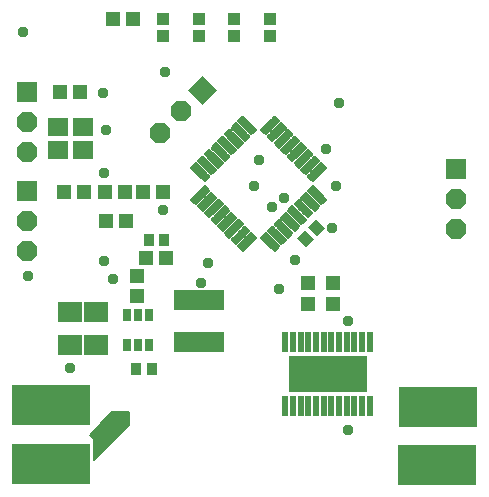
<source format=gbr>
G04 EAGLE Gerber RS-274X export*
G75*
%MOMM*%
%FSLAX34Y34*%
%LPD*%
%INSoldermask Top*%
%IPPOS*%
%AMOC8*
5,1,8,0,0,1.08239X$1,22.5*%
G01*
%ADD10C,0.338938*%
%ADD11R,4.191000X1.701800*%
%ADD12R,0.720400X1.099300*%
%ADD13R,1.727200X1.727200*%
%ADD14P,1.869504X8X292.500000*%
%ADD15R,1.203200X1.303200*%
%ADD16R,1.003200X1.003200*%
%ADD17R,0.903200X1.103200*%
%ADD18R,1.303200X1.203200*%
%ADD19R,6.654800X3.454400*%
%ADD20R,2.003200X1.803200*%
%ADD21R,1.703200X1.503200*%
%ADD22R,0.558000X1.658100*%
%ADD23R,6.705600X3.073400*%
%ADD24R,1.727200X1.727200*%
%ADD25P,1.869504X8X247.500000*%
%ADD26C,0.959600*%

G36*
X81110Y33255D02*
X81110Y33255D01*
X81181Y33261D01*
X81229Y33281D01*
X81280Y33292D01*
X81341Y33329D01*
X81407Y33357D01*
X81463Y33402D01*
X81491Y33418D01*
X81506Y33436D01*
X81538Y33462D01*
X111538Y63462D01*
X111591Y63536D01*
X111651Y63605D01*
X111663Y63635D01*
X111682Y63661D01*
X111709Y63748D01*
X111743Y63833D01*
X111747Y63874D01*
X111754Y63897D01*
X111753Y63929D01*
X111761Y64000D01*
X111761Y74000D01*
X111747Y74090D01*
X111739Y74181D01*
X111727Y74211D01*
X111722Y74243D01*
X111679Y74323D01*
X111643Y74407D01*
X111617Y74439D01*
X111606Y74460D01*
X111583Y74482D01*
X111538Y74538D01*
X110538Y75538D01*
X110464Y75591D01*
X110395Y75651D01*
X110365Y75663D01*
X110339Y75682D01*
X110252Y75709D01*
X110167Y75743D01*
X110126Y75747D01*
X110103Y75754D01*
X110071Y75753D01*
X110000Y75761D01*
X96000Y75761D01*
X95891Y75743D01*
X95780Y75729D01*
X95769Y75723D01*
X95757Y75722D01*
X95659Y75670D01*
X95559Y75621D01*
X95548Y75611D01*
X95540Y75606D01*
X95521Y75587D01*
X95434Y75509D01*
X77434Y55509D01*
X77364Y55400D01*
X77302Y55303D01*
X77301Y55303D01*
X77301Y55302D01*
X77266Y55160D01*
X77241Y55064D01*
X77242Y55064D01*
X77241Y55064D01*
X77252Y54928D01*
X77261Y54819D01*
X77261Y54818D01*
X77327Y54664D01*
X77357Y54593D01*
X77357Y54592D01*
X77358Y54591D01*
X77462Y54462D01*
X80239Y51685D01*
X80239Y34000D01*
X80250Y33929D01*
X80252Y33858D01*
X80270Y33809D01*
X80279Y33757D01*
X80312Y33694D01*
X80337Y33627D01*
X80369Y33586D01*
X80394Y33540D01*
X80445Y33491D01*
X80490Y33435D01*
X80534Y33406D01*
X80572Y33371D01*
X80637Y33340D01*
X80697Y33302D01*
X80748Y33289D01*
X80795Y33267D01*
X80866Y33259D01*
X80936Y33241D01*
X80988Y33246D01*
X81039Y33240D01*
X81110Y33255D01*
G37*
D10*
X214554Y310514D02*
X204200Y320868D01*
X207130Y323798D01*
X217484Y313444D01*
X214554Y310514D01*
X217194Y313734D02*
X211334Y313734D01*
X213974Y316954D02*
X208114Y316954D01*
X210754Y320174D02*
X204894Y320174D01*
X206726Y323394D02*
X207534Y323394D01*
X198543Y315211D02*
X208897Y304857D01*
X198543Y315211D02*
X201473Y318141D01*
X211827Y307787D01*
X208897Y304857D01*
X211537Y308077D02*
X205677Y308077D01*
X208317Y311297D02*
X202457Y311297D01*
X205097Y314517D02*
X199237Y314517D01*
X201069Y317737D02*
X201877Y317737D01*
X192886Y309554D02*
X203240Y299200D01*
X192886Y309554D02*
X195816Y312484D01*
X206170Y302130D01*
X203240Y299200D01*
X205880Y302420D02*
X200020Y302420D01*
X202660Y305640D02*
X196800Y305640D01*
X199440Y308860D02*
X193580Y308860D01*
X195412Y312080D02*
X196220Y312080D01*
X187229Y303897D02*
X197583Y293543D01*
X187229Y303897D02*
X190159Y306827D01*
X200513Y296473D01*
X197583Y293543D01*
X200223Y296763D02*
X194363Y296763D01*
X197003Y299983D02*
X191143Y299983D01*
X193783Y303203D02*
X187923Y303203D01*
X189755Y306423D02*
X190563Y306423D01*
X181573Y298241D02*
X191927Y287887D01*
X181573Y298241D02*
X184503Y301171D01*
X194857Y290817D01*
X191927Y287887D01*
X194567Y291107D02*
X188707Y291107D01*
X191347Y294327D02*
X185487Y294327D01*
X188127Y297547D02*
X182267Y297547D01*
X184099Y300767D02*
X184907Y300767D01*
X175916Y292584D02*
X186270Y282230D01*
X175916Y292584D02*
X178846Y295514D01*
X189200Y285160D01*
X186270Y282230D01*
X188910Y285450D02*
X183050Y285450D01*
X185690Y288670D02*
X179830Y288670D01*
X182470Y291890D02*
X176610Y291890D01*
X178442Y295110D02*
X179250Y295110D01*
X170259Y286927D02*
X180613Y276573D01*
X170259Y286927D02*
X173189Y289857D01*
X183543Y279503D01*
X180613Y276573D01*
X183253Y279793D02*
X177393Y279793D01*
X180033Y283013D02*
X174173Y283013D01*
X176813Y286233D02*
X170953Y286233D01*
X172785Y289453D02*
X173593Y289453D01*
X164602Y281270D02*
X174956Y270916D01*
X164602Y281270D02*
X167532Y284200D01*
X177886Y273846D01*
X174956Y270916D01*
X177596Y274136D02*
X171736Y274136D01*
X174376Y277356D02*
X168516Y277356D01*
X171156Y280576D02*
X165296Y280576D01*
X167128Y283796D02*
X167936Y283796D01*
X223716Y222156D02*
X234070Y211802D01*
X223716Y222156D02*
X226646Y225086D01*
X237000Y214732D01*
X234070Y211802D01*
X236710Y215022D02*
X230850Y215022D01*
X233490Y218242D02*
X227630Y218242D01*
X230270Y221462D02*
X224410Y221462D01*
X226242Y224682D02*
X227050Y224682D01*
X229373Y227813D02*
X239727Y217459D01*
X229373Y227813D02*
X232303Y230743D01*
X242657Y220389D01*
X239727Y217459D01*
X242367Y220679D02*
X236507Y220679D01*
X239147Y223899D02*
X233287Y223899D01*
X235927Y227119D02*
X230067Y227119D01*
X231899Y230339D02*
X232707Y230339D01*
X235030Y233470D02*
X245384Y223116D01*
X235030Y233470D02*
X237960Y236400D01*
X248314Y226046D01*
X245384Y223116D01*
X248024Y226336D02*
X242164Y226336D01*
X244804Y229556D02*
X238944Y229556D01*
X241584Y232776D02*
X235724Y232776D01*
X237556Y235996D02*
X238364Y235996D01*
X240687Y239127D02*
X251041Y228773D01*
X240687Y239127D02*
X243617Y242057D01*
X253971Y231703D01*
X251041Y228773D01*
X253681Y231993D02*
X247821Y231993D01*
X250461Y235213D02*
X244601Y235213D01*
X247241Y238433D02*
X241381Y238433D01*
X243213Y241653D02*
X244021Y241653D01*
X246343Y244783D02*
X256697Y234429D01*
X246343Y244783D02*
X249273Y247713D01*
X259627Y237359D01*
X256697Y234429D01*
X259337Y237649D02*
X253477Y237649D01*
X256117Y240869D02*
X250257Y240869D01*
X252897Y244089D02*
X247037Y244089D01*
X248869Y247309D02*
X249677Y247309D01*
X252000Y250440D02*
X262354Y240086D01*
X252000Y250440D02*
X254930Y253370D01*
X265284Y243016D01*
X262354Y240086D01*
X264994Y243306D02*
X259134Y243306D01*
X261774Y246526D02*
X255914Y246526D01*
X258554Y249746D02*
X252694Y249746D01*
X254526Y252966D02*
X255334Y252966D01*
X257657Y256097D02*
X268011Y245743D01*
X257657Y256097D02*
X260587Y259027D01*
X270941Y248673D01*
X268011Y245743D01*
X270651Y248963D02*
X264791Y248963D01*
X267431Y252183D02*
X261571Y252183D01*
X264211Y255403D02*
X258351Y255403D01*
X260183Y258623D02*
X260991Y258623D01*
X263314Y261754D02*
X273668Y251400D01*
X263314Y261754D02*
X266244Y264684D01*
X276598Y254330D01*
X273668Y251400D01*
X276308Y254620D02*
X270448Y254620D01*
X273088Y257840D02*
X267228Y257840D01*
X269868Y261060D02*
X264008Y261060D01*
X265840Y264280D02*
X266648Y264280D01*
X263314Y273846D02*
X273668Y284200D01*
X276598Y281270D01*
X266244Y270916D01*
X263314Y273846D01*
X263604Y274136D02*
X269464Y274136D01*
X266824Y277356D02*
X272684Y277356D01*
X270044Y280576D02*
X275904Y280576D01*
X274072Y283796D02*
X273264Y283796D01*
X268011Y289857D02*
X257657Y279503D01*
X268011Y289857D02*
X270941Y286927D01*
X260587Y276573D01*
X257657Y279503D01*
X257947Y279793D02*
X263807Y279793D01*
X261167Y283013D02*
X267027Y283013D01*
X264387Y286233D02*
X270247Y286233D01*
X268415Y289453D02*
X267607Y289453D01*
X262354Y295514D02*
X252000Y285160D01*
X262354Y295514D02*
X265284Y292584D01*
X254930Y282230D01*
X252000Y285160D01*
X252290Y285450D02*
X258150Y285450D01*
X255510Y288670D02*
X261370Y288670D01*
X258730Y291890D02*
X264590Y291890D01*
X262758Y295110D02*
X261950Y295110D01*
X256697Y301171D02*
X246343Y290817D01*
X256697Y301171D02*
X259627Y298241D01*
X249273Y287887D01*
X246343Y290817D01*
X246633Y291107D02*
X252493Y291107D01*
X249853Y294327D02*
X255713Y294327D01*
X253073Y297547D02*
X258933Y297547D01*
X257101Y300767D02*
X256293Y300767D01*
X251041Y306827D02*
X240687Y296473D01*
X251041Y306827D02*
X253971Y303897D01*
X243617Y293543D01*
X240687Y296473D01*
X240977Y296763D02*
X246837Y296763D01*
X244197Y299983D02*
X250057Y299983D01*
X247417Y303203D02*
X253277Y303203D01*
X251445Y306423D02*
X250637Y306423D01*
X245384Y312484D02*
X235030Y302130D01*
X245384Y312484D02*
X248314Y309554D01*
X237960Y299200D01*
X235030Y302130D01*
X235320Y302420D02*
X241180Y302420D01*
X238540Y305640D02*
X244400Y305640D01*
X241760Y308860D02*
X247620Y308860D01*
X245788Y312080D02*
X244980Y312080D01*
X239727Y318141D02*
X229373Y307787D01*
X239727Y318141D02*
X242657Y315211D01*
X232303Y304857D01*
X229373Y307787D01*
X229663Y308077D02*
X235523Y308077D01*
X232883Y311297D02*
X238743Y311297D01*
X236103Y314517D02*
X241963Y314517D01*
X240131Y317737D02*
X239323Y317737D01*
X234070Y323798D02*
X223716Y313444D01*
X234070Y323798D02*
X237000Y320868D01*
X226646Y310514D01*
X223716Y313444D01*
X224006Y313734D02*
X229866Y313734D01*
X227226Y316954D02*
X233086Y316954D01*
X230446Y320174D02*
X236306Y320174D01*
X234474Y323394D02*
X233666Y323394D01*
X174956Y264684D02*
X164602Y254330D01*
X174956Y264684D02*
X177886Y261754D01*
X167532Y251400D01*
X164602Y254330D01*
X164892Y254620D02*
X170752Y254620D01*
X168112Y257840D02*
X173972Y257840D01*
X171332Y261060D02*
X177192Y261060D01*
X175360Y264280D02*
X174552Y264280D01*
X180613Y259027D02*
X170259Y248673D01*
X180613Y259027D02*
X183543Y256097D01*
X173189Y245743D01*
X170259Y248673D01*
X170549Y248963D02*
X176409Y248963D01*
X173769Y252183D02*
X179629Y252183D01*
X176989Y255403D02*
X182849Y255403D01*
X181017Y258623D02*
X180209Y258623D01*
X186270Y253370D02*
X175916Y243016D01*
X186270Y253370D02*
X189200Y250440D01*
X178846Y240086D01*
X175916Y243016D01*
X176206Y243306D02*
X182066Y243306D01*
X179426Y246526D02*
X185286Y246526D01*
X182646Y249746D02*
X188506Y249746D01*
X186674Y252966D02*
X185866Y252966D01*
X191927Y247713D02*
X181573Y237359D01*
X191927Y247713D02*
X194857Y244783D01*
X184503Y234429D01*
X181573Y237359D01*
X181863Y237649D02*
X187723Y237649D01*
X185083Y240869D02*
X190943Y240869D01*
X188303Y244089D02*
X194163Y244089D01*
X192331Y247309D02*
X191523Y247309D01*
X197583Y242057D02*
X187229Y231703D01*
X197583Y242057D02*
X200513Y239127D01*
X190159Y228773D01*
X187229Y231703D01*
X187519Y231993D02*
X193379Y231993D01*
X190739Y235213D02*
X196599Y235213D01*
X193959Y238433D02*
X199819Y238433D01*
X197987Y241653D02*
X197179Y241653D01*
X203240Y236400D02*
X192886Y226046D01*
X203240Y236400D02*
X206170Y233470D01*
X195816Y223116D01*
X192886Y226046D01*
X193176Y226336D02*
X199036Y226336D01*
X196396Y229556D02*
X202256Y229556D01*
X199616Y232776D02*
X205476Y232776D01*
X203644Y235996D02*
X202836Y235996D01*
X208897Y230743D02*
X198543Y220389D01*
X208897Y230743D02*
X211827Y227813D01*
X201473Y217459D01*
X198543Y220389D01*
X198833Y220679D02*
X204693Y220679D01*
X202053Y223899D02*
X207913Y223899D01*
X205273Y227119D02*
X211133Y227119D01*
X209301Y230339D02*
X208493Y230339D01*
X214554Y225086D02*
X204200Y214732D01*
X214554Y225086D02*
X217484Y222156D01*
X207130Y211802D01*
X204200Y214732D01*
X204490Y215022D02*
X210350Y215022D01*
X207710Y218242D02*
X213570Y218242D01*
X210930Y221462D02*
X216790Y221462D01*
X214958Y224682D02*
X214150Y224682D01*
D11*
X170300Y169400D03*
X170300Y133400D03*
D12*
X128000Y157090D03*
X118500Y157090D03*
X109000Y157090D03*
X109000Y131111D03*
X118500Y131111D03*
X128000Y131111D03*
D13*
X24400Y261300D03*
D14*
X24400Y235900D03*
X24400Y210500D03*
D15*
X97500Y407400D03*
X114500Y407400D03*
D16*
X230000Y407500D03*
X230000Y392500D03*
X200000Y407500D03*
X200000Y392500D03*
X170000Y407500D03*
X170000Y392500D03*
X140000Y407500D03*
X140000Y392500D03*
D17*
X117000Y111000D03*
X130000Y111000D03*
D15*
X52300Y345800D03*
X69300Y345800D03*
X107900Y260700D03*
X90900Y260700D03*
X140000Y260700D03*
X123000Y260700D03*
D18*
X283200Y166400D03*
X283200Y183400D03*
X262500Y166400D03*
X262500Y183400D03*
D13*
X24200Y345800D03*
D14*
X24200Y320400D03*
X24200Y295000D03*
D19*
X44800Y80100D03*
X371800Y29900D03*
X372800Y78500D03*
X44800Y30700D03*
D20*
X61000Y131000D03*
X61000Y159000D03*
D17*
X140500Y220000D03*
X127500Y220000D03*
D20*
X83000Y131000D03*
X83000Y159000D03*
D18*
X142000Y205000D03*
X125000Y205000D03*
D15*
X55500Y261000D03*
X72500Y261000D03*
D21*
X51000Y315500D03*
X51000Y296500D03*
X72000Y315500D03*
X72000Y296500D03*
D17*
G36*
X262503Y231303D02*
X268889Y237689D01*
X276689Y229889D01*
X270303Y223503D01*
X262503Y231303D01*
G37*
G36*
X253311Y222111D02*
X259697Y228497D01*
X267497Y220697D01*
X261111Y214311D01*
X253311Y222111D01*
G37*
D22*
X314750Y134213D03*
X308250Y134213D03*
X301750Y134213D03*
X295250Y134213D03*
X288750Y134213D03*
X282250Y134213D03*
X275750Y134213D03*
X269250Y134213D03*
X262750Y134213D03*
X256250Y134213D03*
X249750Y134213D03*
X243250Y134213D03*
X243250Y79787D03*
X249750Y79787D03*
X256250Y79787D03*
X262750Y79787D03*
X269250Y79787D03*
X275750Y79787D03*
X282250Y79787D03*
X288750Y79787D03*
X295250Y79787D03*
X301750Y79787D03*
X308250Y79787D03*
X314750Y79787D03*
D23*
X279000Y107000D03*
D18*
X118000Y189500D03*
X118000Y172500D03*
D15*
X108500Y236000D03*
X91500Y236000D03*
D13*
X388000Y280400D03*
D14*
X388000Y255000D03*
X388000Y229600D03*
D24*
G36*
X160748Y346961D02*
X172961Y359174D01*
X185174Y346961D01*
X172961Y334748D01*
X160748Y346961D01*
G37*
D25*
X155000Y329000D03*
X137039Y311039D03*
D26*
X178000Y201000D03*
X217000Y266000D03*
X97000Y187000D03*
X94000Y55000D03*
X61000Y112000D03*
X296000Y59000D03*
X296000Y152000D03*
X21000Y396000D03*
X25000Y190000D03*
X140000Y246000D03*
X238000Y179000D03*
X251000Y203000D03*
X172000Y184000D03*
X91000Y313000D03*
X286000Y266000D03*
X242000Y256000D03*
X89000Y345000D03*
X288859Y335800D03*
X90000Y202000D03*
X90000Y277000D03*
X221000Y288000D03*
X141000Y362000D03*
X283000Y230000D03*
X278000Y297000D03*
X232000Y248000D03*
M02*

</source>
